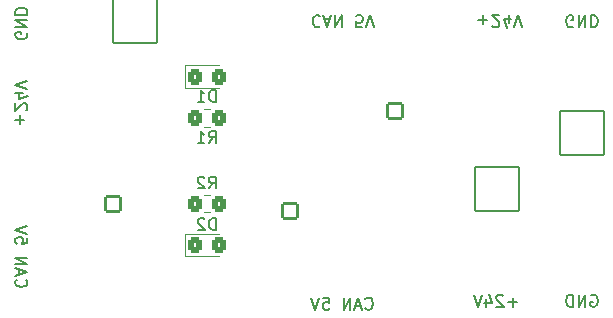
<source format=gbo>
%TF.GenerationSoftware,KiCad,Pcbnew,8.0.1-8.0.1-1~ubuntu22.04.1*%
%TF.CreationDate,2024-04-16T22:31:20-04:00*%
%TF.ProjectId,rocker_splitter,726f636b-6572-45f7-9370-6c6974746572,rev?*%
%TF.SameCoordinates,Original*%
%TF.FileFunction,Legend,Bot*%
%TF.FilePolarity,Positive*%
%FSLAX46Y46*%
G04 Gerber Fmt 4.6, Leading zero omitted, Abs format (unit mm)*
G04 Created by KiCad (PCBNEW 8.0.1-8.0.1-1~ubuntu22.04.1) date 2024-04-16 22:31:20*
%MOMM*%
%LPD*%
G01*
G04 APERTURE LIST*
G04 Aperture macros list*
%AMRoundRect*
0 Rectangle with rounded corners*
0 $1 Rounding radius*
0 $2 $3 $4 $5 $6 $7 $8 $9 X,Y pos of 4 corners*
0 Add a 4 corners polygon primitive as box body*
4,1,4,$2,$3,$4,$5,$6,$7,$8,$9,$2,$3,0*
0 Add four circle primitives for the rounded corners*
1,1,$1+$1,$2,$3*
1,1,$1+$1,$4,$5*
1,1,$1+$1,$6,$7*
1,1,$1+$1,$8,$9*
0 Add four rect primitives between the rounded corners*
20,1,$1+$1,$2,$3,$4,$5,0*
20,1,$1+$1,$4,$5,$6,$7,0*
20,1,$1+$1,$6,$7,$8,$9,0*
20,1,$1+$1,$8,$9,$2,$3,0*%
G04 Aperture macros list end*
%ADD10C,0.150000*%
%ADD11C,0.120000*%
%ADD12O,2.604000X1.404000*%
%ADD13RoundRect,0.102000X1.858000X-1.858000X1.858000X1.858000X-1.858000X1.858000X-1.858000X-1.858000X0*%
%ADD14C,3.920000*%
%ADD15RoundRect,0.102000X-1.858000X-1.858000X1.858000X-1.858000X1.858000X1.858000X-1.858000X1.858000X0*%
%ADD16O,1.404000X2.604000*%
%ADD17RoundRect,0.102000X1.858000X1.858000X-1.858000X1.858000X-1.858000X-1.858000X1.858000X-1.858000X0*%
%ADD18C,3.600000*%
%ADD19C,5.600000*%
%ADD20RoundRect,0.250000X-0.350000X-0.450000X0.350000X-0.450000X0.350000X0.450000X-0.350000X0.450000X0*%
%ADD21C,3.350000*%
%ADD22RoundRect,0.102000X-0.634000X0.634000X-0.634000X-0.634000X0.634000X-0.634000X0.634000X0.634000X0*%
%ADD23C,1.472000*%
%ADD24RoundRect,0.250000X-0.325000X-0.450000X0.325000X-0.450000X0.325000X0.450000X-0.325000X0.450000X0*%
%ADD25RoundRect,0.102000X0.634000X0.634000X-0.634000X0.634000X-0.634000X-0.634000X0.634000X-0.634000X0*%
%ADD26RoundRect,0.102000X-0.634000X-0.634000X0.634000X-0.634000X0.634000X0.634000X-0.634000X0.634000X0*%
G04 APERTURE END LIST*
D10*
X64968928Y-33535419D02*
X64921309Y-33487800D01*
X64921309Y-33487800D02*
X64778452Y-33440180D01*
X64778452Y-33440180D02*
X64683214Y-33440180D01*
X64683214Y-33440180D02*
X64540357Y-33487800D01*
X64540357Y-33487800D02*
X64445119Y-33583038D01*
X64445119Y-33583038D02*
X64397500Y-33678276D01*
X64397500Y-33678276D02*
X64349881Y-33868752D01*
X64349881Y-33868752D02*
X64349881Y-34011609D01*
X64349881Y-34011609D02*
X64397500Y-34202085D01*
X64397500Y-34202085D02*
X64445119Y-34297323D01*
X64445119Y-34297323D02*
X64540357Y-34392561D01*
X64540357Y-34392561D02*
X64683214Y-34440180D01*
X64683214Y-34440180D02*
X64778452Y-34440180D01*
X64778452Y-34440180D02*
X64921309Y-34392561D01*
X64921309Y-34392561D02*
X64968928Y-34344942D01*
X65349881Y-33725895D02*
X65826071Y-33725895D01*
X65254643Y-33440180D02*
X65587976Y-34440180D01*
X65587976Y-34440180D02*
X65921309Y-33440180D01*
X66254643Y-33440180D02*
X66254643Y-34440180D01*
X66254643Y-34440180D02*
X66826071Y-33440180D01*
X66826071Y-33440180D02*
X66826071Y-34440180D01*
X68540357Y-34440180D02*
X68064167Y-34440180D01*
X68064167Y-34440180D02*
X68016548Y-33963990D01*
X68016548Y-33963990D02*
X68064167Y-34011609D01*
X68064167Y-34011609D02*
X68159405Y-34059228D01*
X68159405Y-34059228D02*
X68397500Y-34059228D01*
X68397500Y-34059228D02*
X68492738Y-34011609D01*
X68492738Y-34011609D02*
X68540357Y-33963990D01*
X68540357Y-33963990D02*
X68587976Y-33868752D01*
X68587976Y-33868752D02*
X68587976Y-33630657D01*
X68587976Y-33630657D02*
X68540357Y-33535419D01*
X68540357Y-33535419D02*
X68492738Y-33487800D01*
X68492738Y-33487800D02*
X68397500Y-33440180D01*
X68397500Y-33440180D02*
X68159405Y-33440180D01*
X68159405Y-33440180D02*
X68064167Y-33487800D01*
X68064167Y-33487800D02*
X68016548Y-33535419D01*
X68873691Y-34440180D02*
X69207024Y-33440180D01*
X69207024Y-33440180D02*
X69540357Y-34440180D01*
X68826071Y-58254580D02*
X68873690Y-58302200D01*
X68873690Y-58302200D02*
X69016547Y-58349819D01*
X69016547Y-58349819D02*
X69111785Y-58349819D01*
X69111785Y-58349819D02*
X69254642Y-58302200D01*
X69254642Y-58302200D02*
X69349880Y-58206961D01*
X69349880Y-58206961D02*
X69397499Y-58111723D01*
X69397499Y-58111723D02*
X69445118Y-57921247D01*
X69445118Y-57921247D02*
X69445118Y-57778390D01*
X69445118Y-57778390D02*
X69397499Y-57587914D01*
X69397499Y-57587914D02*
X69349880Y-57492676D01*
X69349880Y-57492676D02*
X69254642Y-57397438D01*
X69254642Y-57397438D02*
X69111785Y-57349819D01*
X69111785Y-57349819D02*
X69016547Y-57349819D01*
X69016547Y-57349819D02*
X68873690Y-57397438D01*
X68873690Y-57397438D02*
X68826071Y-57445057D01*
X68445118Y-58064104D02*
X67968928Y-58064104D01*
X68540356Y-58349819D02*
X68207023Y-57349819D01*
X68207023Y-57349819D02*
X67873690Y-58349819D01*
X67540356Y-58349819D02*
X67540356Y-57349819D01*
X67540356Y-57349819D02*
X66968928Y-58349819D01*
X66968928Y-58349819D02*
X66968928Y-57349819D01*
X65254642Y-57349819D02*
X65730832Y-57349819D01*
X65730832Y-57349819D02*
X65778451Y-57826009D01*
X65778451Y-57826009D02*
X65730832Y-57778390D01*
X65730832Y-57778390D02*
X65635594Y-57730771D01*
X65635594Y-57730771D02*
X65397499Y-57730771D01*
X65397499Y-57730771D02*
X65302261Y-57778390D01*
X65302261Y-57778390D02*
X65254642Y-57826009D01*
X65254642Y-57826009D02*
X65207023Y-57921247D01*
X65207023Y-57921247D02*
X65207023Y-58159342D01*
X65207023Y-58159342D02*
X65254642Y-58254580D01*
X65254642Y-58254580D02*
X65302261Y-58302200D01*
X65302261Y-58302200D02*
X65397499Y-58349819D01*
X65397499Y-58349819D02*
X65635594Y-58349819D01*
X65635594Y-58349819D02*
X65730832Y-58302200D01*
X65730832Y-58302200D02*
X65778451Y-58254580D01*
X64921308Y-57349819D02*
X64587975Y-58349819D01*
X64587975Y-58349819D02*
X64254642Y-57349819D01*
X39287919Y-55823571D02*
X39240300Y-55871190D01*
X39240300Y-55871190D02*
X39192680Y-56014047D01*
X39192680Y-56014047D02*
X39192680Y-56109285D01*
X39192680Y-56109285D02*
X39240300Y-56252142D01*
X39240300Y-56252142D02*
X39335538Y-56347380D01*
X39335538Y-56347380D02*
X39430776Y-56394999D01*
X39430776Y-56394999D02*
X39621252Y-56442618D01*
X39621252Y-56442618D02*
X39764109Y-56442618D01*
X39764109Y-56442618D02*
X39954585Y-56394999D01*
X39954585Y-56394999D02*
X40049823Y-56347380D01*
X40049823Y-56347380D02*
X40145061Y-56252142D01*
X40145061Y-56252142D02*
X40192680Y-56109285D01*
X40192680Y-56109285D02*
X40192680Y-56014047D01*
X40192680Y-56014047D02*
X40145061Y-55871190D01*
X40145061Y-55871190D02*
X40097442Y-55823571D01*
X39478395Y-55442618D02*
X39478395Y-54966428D01*
X39192680Y-55537856D02*
X40192680Y-55204523D01*
X40192680Y-55204523D02*
X39192680Y-54871190D01*
X39192680Y-54537856D02*
X40192680Y-54537856D01*
X40192680Y-54537856D02*
X39192680Y-53966428D01*
X39192680Y-53966428D02*
X40192680Y-53966428D01*
X40192680Y-52252142D02*
X40192680Y-52728332D01*
X40192680Y-52728332D02*
X39716490Y-52775951D01*
X39716490Y-52775951D02*
X39764109Y-52728332D01*
X39764109Y-52728332D02*
X39811728Y-52633094D01*
X39811728Y-52633094D02*
X39811728Y-52394999D01*
X39811728Y-52394999D02*
X39764109Y-52299761D01*
X39764109Y-52299761D02*
X39716490Y-52252142D01*
X39716490Y-52252142D02*
X39621252Y-52204523D01*
X39621252Y-52204523D02*
X39383157Y-52204523D01*
X39383157Y-52204523D02*
X39287919Y-52252142D01*
X39287919Y-52252142D02*
X39240300Y-52299761D01*
X39240300Y-52299761D02*
X39192680Y-52394999D01*
X39192680Y-52394999D02*
X39192680Y-52633094D01*
X39192680Y-52633094D02*
X39240300Y-52728332D01*
X39240300Y-52728332D02*
X39287919Y-52775951D01*
X40192680Y-51918808D02*
X39192680Y-51585475D01*
X39192680Y-51585475D02*
X40192680Y-51252142D01*
X39573633Y-42656904D02*
X39573633Y-41895000D01*
X39192680Y-42275952D02*
X39954585Y-42275952D01*
X40097442Y-41466428D02*
X40145061Y-41418809D01*
X40145061Y-41418809D02*
X40192680Y-41323571D01*
X40192680Y-41323571D02*
X40192680Y-41085476D01*
X40192680Y-41085476D02*
X40145061Y-40990238D01*
X40145061Y-40990238D02*
X40097442Y-40942619D01*
X40097442Y-40942619D02*
X40002204Y-40895000D01*
X40002204Y-40895000D02*
X39906966Y-40895000D01*
X39906966Y-40895000D02*
X39764109Y-40942619D01*
X39764109Y-40942619D02*
X39192680Y-41514047D01*
X39192680Y-41514047D02*
X39192680Y-40895000D01*
X39859347Y-40037857D02*
X39192680Y-40037857D01*
X40240300Y-40275952D02*
X39526014Y-40514047D01*
X39526014Y-40514047D02*
X39526014Y-39895000D01*
X40192680Y-39656904D02*
X39192680Y-39323571D01*
X39192680Y-39323571D02*
X40192680Y-38990238D01*
X40145061Y-34906904D02*
X40192680Y-35002142D01*
X40192680Y-35002142D02*
X40192680Y-35144999D01*
X40192680Y-35144999D02*
X40145061Y-35287856D01*
X40145061Y-35287856D02*
X40049823Y-35383094D01*
X40049823Y-35383094D02*
X39954585Y-35430713D01*
X39954585Y-35430713D02*
X39764109Y-35478332D01*
X39764109Y-35478332D02*
X39621252Y-35478332D01*
X39621252Y-35478332D02*
X39430776Y-35430713D01*
X39430776Y-35430713D02*
X39335538Y-35383094D01*
X39335538Y-35383094D02*
X39240300Y-35287856D01*
X39240300Y-35287856D02*
X39192680Y-35144999D01*
X39192680Y-35144999D02*
X39192680Y-35049761D01*
X39192680Y-35049761D02*
X39240300Y-34906904D01*
X39240300Y-34906904D02*
X39287919Y-34859285D01*
X39287919Y-34859285D02*
X39621252Y-34859285D01*
X39621252Y-34859285D02*
X39621252Y-35049761D01*
X39192680Y-34430713D02*
X40192680Y-34430713D01*
X40192680Y-34430713D02*
X39192680Y-33859285D01*
X39192680Y-33859285D02*
X40192680Y-33859285D01*
X39192680Y-33383094D02*
X40192680Y-33383094D01*
X40192680Y-33383094D02*
X40192680Y-33144999D01*
X40192680Y-33144999D02*
X40145061Y-33002142D01*
X40145061Y-33002142D02*
X40049823Y-32906904D01*
X40049823Y-32906904D02*
X39954585Y-32859285D01*
X39954585Y-32859285D02*
X39764109Y-32811666D01*
X39764109Y-32811666D02*
X39621252Y-32811666D01*
X39621252Y-32811666D02*
X39430776Y-32859285D01*
X39430776Y-32859285D02*
X39335538Y-32906904D01*
X39335538Y-32906904D02*
X39240300Y-33002142D01*
X39240300Y-33002142D02*
X39192680Y-33144999D01*
X39192680Y-33144999D02*
X39192680Y-33383094D01*
X86385595Y-34392561D02*
X86290357Y-34440180D01*
X86290357Y-34440180D02*
X86147500Y-34440180D01*
X86147500Y-34440180D02*
X86004643Y-34392561D01*
X86004643Y-34392561D02*
X85909405Y-34297323D01*
X85909405Y-34297323D02*
X85861786Y-34202085D01*
X85861786Y-34202085D02*
X85814167Y-34011609D01*
X85814167Y-34011609D02*
X85814167Y-33868752D01*
X85814167Y-33868752D02*
X85861786Y-33678276D01*
X85861786Y-33678276D02*
X85909405Y-33583038D01*
X85909405Y-33583038D02*
X86004643Y-33487800D01*
X86004643Y-33487800D02*
X86147500Y-33440180D01*
X86147500Y-33440180D02*
X86242738Y-33440180D01*
X86242738Y-33440180D02*
X86385595Y-33487800D01*
X86385595Y-33487800D02*
X86433214Y-33535419D01*
X86433214Y-33535419D02*
X86433214Y-33868752D01*
X86433214Y-33868752D02*
X86242738Y-33868752D01*
X86861786Y-33440180D02*
X86861786Y-34440180D01*
X86861786Y-34440180D02*
X87433214Y-33440180D01*
X87433214Y-33440180D02*
X87433214Y-34440180D01*
X87909405Y-33440180D02*
X87909405Y-34440180D01*
X87909405Y-34440180D02*
X88147500Y-34440180D01*
X88147500Y-34440180D02*
X88290357Y-34392561D01*
X88290357Y-34392561D02*
X88385595Y-34297323D01*
X88385595Y-34297323D02*
X88433214Y-34202085D01*
X88433214Y-34202085D02*
X88480833Y-34011609D01*
X88480833Y-34011609D02*
X88480833Y-33868752D01*
X88480833Y-33868752D02*
X88433214Y-33678276D01*
X88433214Y-33678276D02*
X88385595Y-33583038D01*
X88385595Y-33583038D02*
X88290357Y-33487800D01*
X88290357Y-33487800D02*
X88147500Y-33440180D01*
X88147500Y-33440180D02*
X87909405Y-33440180D01*
X87909404Y-57147438D02*
X88004642Y-57099819D01*
X88004642Y-57099819D02*
X88147499Y-57099819D01*
X88147499Y-57099819D02*
X88290356Y-57147438D01*
X88290356Y-57147438D02*
X88385594Y-57242676D01*
X88385594Y-57242676D02*
X88433213Y-57337914D01*
X88433213Y-57337914D02*
X88480832Y-57528390D01*
X88480832Y-57528390D02*
X88480832Y-57671247D01*
X88480832Y-57671247D02*
X88433213Y-57861723D01*
X88433213Y-57861723D02*
X88385594Y-57956961D01*
X88385594Y-57956961D02*
X88290356Y-58052200D01*
X88290356Y-58052200D02*
X88147499Y-58099819D01*
X88147499Y-58099819D02*
X88052261Y-58099819D01*
X88052261Y-58099819D02*
X87909404Y-58052200D01*
X87909404Y-58052200D02*
X87861785Y-58004580D01*
X87861785Y-58004580D02*
X87861785Y-57671247D01*
X87861785Y-57671247D02*
X88052261Y-57671247D01*
X87433213Y-58099819D02*
X87433213Y-57099819D01*
X87433213Y-57099819D02*
X86861785Y-58099819D01*
X86861785Y-58099819D02*
X86861785Y-57099819D01*
X86385594Y-58099819D02*
X86385594Y-57099819D01*
X86385594Y-57099819D02*
X86147499Y-57099819D01*
X86147499Y-57099819D02*
X86004642Y-57147438D01*
X86004642Y-57147438D02*
X85909404Y-57242676D01*
X85909404Y-57242676D02*
X85861785Y-57337914D01*
X85861785Y-57337914D02*
X85814166Y-57528390D01*
X85814166Y-57528390D02*
X85814166Y-57671247D01*
X85814166Y-57671247D02*
X85861785Y-57861723D01*
X85861785Y-57861723D02*
X85909404Y-57956961D01*
X85909404Y-57956961D02*
X86004642Y-58052200D01*
X86004642Y-58052200D02*
X86147499Y-58099819D01*
X86147499Y-58099819D02*
X86385594Y-58099819D01*
X81659404Y-57718866D02*
X80897500Y-57718866D01*
X81278452Y-58099819D02*
X81278452Y-57337914D01*
X80468928Y-57195057D02*
X80421309Y-57147438D01*
X80421309Y-57147438D02*
X80326071Y-57099819D01*
X80326071Y-57099819D02*
X80087976Y-57099819D01*
X80087976Y-57099819D02*
X79992738Y-57147438D01*
X79992738Y-57147438D02*
X79945119Y-57195057D01*
X79945119Y-57195057D02*
X79897500Y-57290295D01*
X79897500Y-57290295D02*
X79897500Y-57385533D01*
X79897500Y-57385533D02*
X79945119Y-57528390D01*
X79945119Y-57528390D02*
X80516547Y-58099819D01*
X80516547Y-58099819D02*
X79897500Y-58099819D01*
X79040357Y-57433152D02*
X79040357Y-58099819D01*
X79278452Y-57052200D02*
X79516547Y-57766485D01*
X79516547Y-57766485D02*
X78897500Y-57766485D01*
X78659404Y-57099819D02*
X78326071Y-58099819D01*
X78326071Y-58099819D02*
X77992738Y-57099819D01*
X78385595Y-33821133D02*
X79147500Y-33821133D01*
X78766547Y-33440180D02*
X78766547Y-34202085D01*
X79576071Y-34344942D02*
X79623690Y-34392561D01*
X79623690Y-34392561D02*
X79718928Y-34440180D01*
X79718928Y-34440180D02*
X79957023Y-34440180D01*
X79957023Y-34440180D02*
X80052261Y-34392561D01*
X80052261Y-34392561D02*
X80099880Y-34344942D01*
X80099880Y-34344942D02*
X80147499Y-34249704D01*
X80147499Y-34249704D02*
X80147499Y-34154466D01*
X80147499Y-34154466D02*
X80099880Y-34011609D01*
X80099880Y-34011609D02*
X79528452Y-33440180D01*
X79528452Y-33440180D02*
X80147499Y-33440180D01*
X81004642Y-34106847D02*
X81004642Y-33440180D01*
X80766547Y-34487800D02*
X80528452Y-33773514D01*
X80528452Y-33773514D02*
X81147499Y-33773514D01*
X81385595Y-34440180D02*
X81718928Y-33440180D01*
X81718928Y-33440180D02*
X82052261Y-34440180D01*
X55564166Y-48099819D02*
X55897499Y-47623628D01*
X56135594Y-48099819D02*
X56135594Y-47099819D01*
X56135594Y-47099819D02*
X55754642Y-47099819D01*
X55754642Y-47099819D02*
X55659404Y-47147438D01*
X55659404Y-47147438D02*
X55611785Y-47195057D01*
X55611785Y-47195057D02*
X55564166Y-47290295D01*
X55564166Y-47290295D02*
X55564166Y-47433152D01*
X55564166Y-47433152D02*
X55611785Y-47528390D01*
X55611785Y-47528390D02*
X55659404Y-47576009D01*
X55659404Y-47576009D02*
X55754642Y-47623628D01*
X55754642Y-47623628D02*
X56135594Y-47623628D01*
X55183213Y-47195057D02*
X55135594Y-47147438D01*
X55135594Y-47147438D02*
X55040356Y-47099819D01*
X55040356Y-47099819D02*
X54802261Y-47099819D01*
X54802261Y-47099819D02*
X54707023Y-47147438D01*
X54707023Y-47147438D02*
X54659404Y-47195057D01*
X54659404Y-47195057D02*
X54611785Y-47290295D01*
X54611785Y-47290295D02*
X54611785Y-47385533D01*
X54611785Y-47385533D02*
X54659404Y-47528390D01*
X54659404Y-47528390D02*
X55230832Y-48099819D01*
X55230832Y-48099819D02*
X54611785Y-48099819D01*
X56135594Y-51599819D02*
X56135594Y-50599819D01*
X56135594Y-50599819D02*
X55897499Y-50599819D01*
X55897499Y-50599819D02*
X55754642Y-50647438D01*
X55754642Y-50647438D02*
X55659404Y-50742676D01*
X55659404Y-50742676D02*
X55611785Y-50837914D01*
X55611785Y-50837914D02*
X55564166Y-51028390D01*
X55564166Y-51028390D02*
X55564166Y-51171247D01*
X55564166Y-51171247D02*
X55611785Y-51361723D01*
X55611785Y-51361723D02*
X55659404Y-51456961D01*
X55659404Y-51456961D02*
X55754642Y-51552200D01*
X55754642Y-51552200D02*
X55897499Y-51599819D01*
X55897499Y-51599819D02*
X56135594Y-51599819D01*
X55183213Y-50695057D02*
X55135594Y-50647438D01*
X55135594Y-50647438D02*
X55040356Y-50599819D01*
X55040356Y-50599819D02*
X54802261Y-50599819D01*
X54802261Y-50599819D02*
X54707023Y-50647438D01*
X54707023Y-50647438D02*
X54659404Y-50695057D01*
X54659404Y-50695057D02*
X54611785Y-50790295D01*
X54611785Y-50790295D02*
X54611785Y-50885533D01*
X54611785Y-50885533D02*
X54659404Y-51028390D01*
X54659404Y-51028390D02*
X55230832Y-51599819D01*
X55230832Y-51599819D02*
X54611785Y-51599819D01*
X55564166Y-44249819D02*
X55897499Y-43773628D01*
X56135594Y-44249819D02*
X56135594Y-43249819D01*
X56135594Y-43249819D02*
X55754642Y-43249819D01*
X55754642Y-43249819D02*
X55659404Y-43297438D01*
X55659404Y-43297438D02*
X55611785Y-43345057D01*
X55611785Y-43345057D02*
X55564166Y-43440295D01*
X55564166Y-43440295D02*
X55564166Y-43583152D01*
X55564166Y-43583152D02*
X55611785Y-43678390D01*
X55611785Y-43678390D02*
X55659404Y-43726009D01*
X55659404Y-43726009D02*
X55754642Y-43773628D01*
X55754642Y-43773628D02*
X56135594Y-43773628D01*
X54611785Y-44249819D02*
X55183213Y-44249819D01*
X54897499Y-44249819D02*
X54897499Y-43249819D01*
X54897499Y-43249819D02*
X54992737Y-43392676D01*
X54992737Y-43392676D02*
X55087975Y-43487914D01*
X55087975Y-43487914D02*
X55183213Y-43535533D01*
X56135594Y-40749819D02*
X56135594Y-39749819D01*
X56135594Y-39749819D02*
X55897499Y-39749819D01*
X55897499Y-39749819D02*
X55754642Y-39797438D01*
X55754642Y-39797438D02*
X55659404Y-39892676D01*
X55659404Y-39892676D02*
X55611785Y-39987914D01*
X55611785Y-39987914D02*
X55564166Y-40178390D01*
X55564166Y-40178390D02*
X55564166Y-40321247D01*
X55564166Y-40321247D02*
X55611785Y-40511723D01*
X55611785Y-40511723D02*
X55659404Y-40606961D01*
X55659404Y-40606961D02*
X55754642Y-40702200D01*
X55754642Y-40702200D02*
X55897499Y-40749819D01*
X55897499Y-40749819D02*
X56135594Y-40749819D01*
X54611785Y-40749819D02*
X55183213Y-40749819D01*
X54897499Y-40749819D02*
X54897499Y-39749819D01*
X54897499Y-39749819D02*
X54992737Y-39892676D01*
X54992737Y-39892676D02*
X55087975Y-39987914D01*
X55087975Y-39987914D02*
X55183213Y-40035533D01*
D11*
%TO.C,R2*%
X55624564Y-48660000D02*
X55170436Y-48660000D01*
X55624564Y-50130000D02*
X55170436Y-50130000D01*
%TO.C,D2*%
X53537500Y-53855000D02*
X56397500Y-53855000D01*
X56397500Y-51935000D02*
X53537500Y-51935000D01*
X53537500Y-51935000D02*
X53537500Y-53855000D01*
%TO.C,R1*%
X55624564Y-42880000D02*
X55170436Y-42880000D01*
X55624564Y-41410000D02*
X55170436Y-41410000D01*
%TO.C,D1*%
X53537500Y-39605000D02*
X56397500Y-39605000D01*
X56397500Y-37685000D02*
X53537500Y-37685000D01*
X53537500Y-37685000D02*
X53537500Y-39605000D01*
%TD*%
%LPC*%
D12*
%TO.C,P_IN_1*%
X43342500Y-30795000D03*
X43342500Y-44295000D03*
D13*
X49342500Y-33945000D03*
D14*
X49342500Y-41145000D03*
%TD*%
%TO.C,P_OUT_1*%
X79995000Y-43395000D03*
D15*
X87195000Y-43395000D03*
D16*
X76845000Y-37395000D03*
X90345000Y-37395000D03*
%TD*%
D14*
%TO.C,P_OUT_2*%
X87195000Y-48145000D03*
D17*
X79995000Y-48145000D03*
D16*
X90345000Y-54145000D03*
X76845000Y-54145000D03*
%TD*%
D18*
%TO.C,H2*%
X55395000Y-58095000D03*
D19*
X55395000Y-58095000D03*
%TD*%
D18*
%TO.C,H1*%
X55395000Y-33095000D03*
D19*
X55395000Y-33095000D03*
%TD*%
D20*
%TO.C,R2*%
X56397500Y-49395000D03*
X54397500Y-49395000D03*
%TD*%
D21*
%TO.C,D_IN_1*%
X41092500Y-48124000D03*
X41092500Y-59556000D03*
D22*
X47442500Y-49395000D03*
D23*
X49982500Y-50665000D03*
X47442500Y-51935000D03*
X49982500Y-53205000D03*
X47442500Y-54475000D03*
X49982500Y-55745000D03*
X47442500Y-57015000D03*
X49982500Y-58285000D03*
%TD*%
D24*
%TO.C,D2*%
X56422500Y-52895000D03*
X54372500Y-52895000D03*
%TD*%
D21*
%TO.C,D_OUT_1*%
X72613500Y-35195000D03*
X61181500Y-35195000D03*
D25*
X71342500Y-41545000D03*
D23*
X70072500Y-44085000D03*
X68802500Y-41545000D03*
X67532500Y-44085000D03*
X66262500Y-41545000D03*
X64992500Y-44085000D03*
X63722500Y-41545000D03*
X62452500Y-44085000D03*
%TD*%
D21*
%TO.C,D_OUT_2*%
X61136500Y-56385000D03*
X72568500Y-56385000D03*
D26*
X62407500Y-50035000D03*
D23*
X63677500Y-47495000D03*
X64947500Y-50035000D03*
X66217500Y-47495000D03*
X67487500Y-50035000D03*
X68757500Y-47495000D03*
X70027500Y-50035000D03*
X71297500Y-47495000D03*
%TD*%
D20*
%TO.C,R1*%
X54397500Y-42145000D03*
X56397500Y-42145000D03*
%TD*%
D24*
%TO.C,D1*%
X56422500Y-38645000D03*
X54372500Y-38645000D03*
%TD*%
%LPD*%
M02*

</source>
